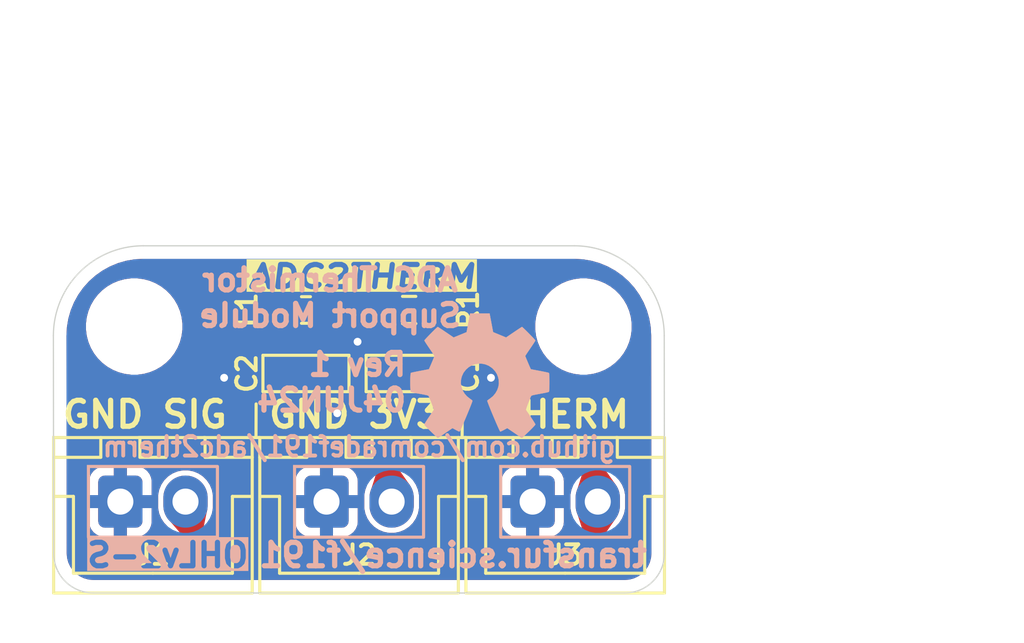
<source format=kicad_pcb>
(kicad_pcb (version 20240108) (generator "pcbnew") (generator_version "8.0")
  (title_block (title "ADC2THERM") (date "2024-06-04") (rev "R1") (company "Pera @ https://transfur.science/f191") (comment 1 "CERN OHL v2 -S") (comment 3 "https://github.com/comradef191/adc2therm"))
  (layers (0 "F.Cu" signal) (31 "B.Cu" signal) (34 "B.Paste" user) (35 "F.Paste" user) (36 "B.SilkS" user "B.Silkscreen") (37 "F.SilkS" user "F.Silkscreen") (38 "B.Mask" user) (39 "F.Mask" user) (44 "Edge.Cuts" user))
  (net 0 "")
  (net 1 "GND")
  (net 2 "Net-(J2-Pin_2)")
  (net 3 "+3V3")
  (net 4 "/GPIO")
  (footprint "Inductor_SMD:L_0603_1608Metric_Pad1.05x0.95mm_HandSolder" (layer "F.Cu") (at 77.3373 67.056 180)
    (property "Reference" "L1" (at 1.82975 0.000002 90) (layer "F.SilkS") (effects (font (size 0.75 0.75)) (justify bottom)))
    (property "Value" "BLM18KG121TN1D")
    (fp_line (start -0.171267 0.51) (end 0.171267 0.51) (stroke (width 0.12)) (layer "F.SilkS"))
    (fp_line (start -0.171267 -0.51) (end 0.171267 -0.51) (stroke (width 0.12)) (layer "F.SilkS"))
    (pad "1" smd roundrect (at -0.875 0 180) (size 1.05 0.95) (layers "F.Cu" "F.Paste" "F.Mask") (net 3 "+3V3"))
    (pad "2" smd roundrect (at 0.875 0 180) (size 1.05 0.95) (layers "F.Cu" "F.Paste" "F.Mask") (net 2 "Net-(J2-Pin_2)"))
  )
  (footprint "PCM_Capacitor_SMD_AKL:C_0603_1608Metric_Pad1.05x0.95mm_HandSolder" (layer "F.Cu") (at 77.3373 69.4944)
    (property "Reference" "C2" (at -1.82975 0 90) (layer "F.SilkS") (effects (font (size 0.75 0.75)) (justify bottom)))
    (property "Value" "2.2uF")
    (fp_line (start -1.651 -0.6985) (end -1.651 0.6985) (stroke (width 0.12)) (layer "F.SilkS"))
    (fp_line (start -1.651 0.6985) (end 1.651 0.6985) (stroke (width 0.12)) (layer "F.SilkS"))
    (fp_line (start 1.651 -0.6985) (end -1.651 -0.6985) (stroke (width 0.12)) (layer "F.SilkS"))
    (fp_line (start 1.651 0.6985) (end 1.651 -0.6985) (stroke (width 0.12)) (layer "F.SilkS"))
    (pad "1" smd roundrect (at -0.875 0) (size 1.05 0.95) (layers "F.Cu" "F.Paste" "F.Mask") (net 2 "Net-(J2-Pin_2)"))
    (pad "2" smd roundrect (at 0.875 0) (size 1.05 0.95) (layers "F.Cu" "F.Paste" "F.Mask") (net 1 "GND"))
  )
  (footprint "CustomFootprints:JST-XH_1x02-V ~ Custom" (layer "F.Cu") (at 87.285 74.415)
    (property "Reference" "J3" (at 0 2.4892 0) (layer "F.SilkS") (effects (font (size 0.75 0.75) (thickness 0.15) (bold yes)) (justify bottom)))
    (property "Value" "1x2-JSTXH")
    (fp_rect (start -2.475 -1.35) (end 2.475 1.366) (stroke (width 0.12)) (fill none) (layer "B.SilkS"))
    (fp_line (start -3.81 -1.7) (end -3.81 3.51) (stroke (width 0.12)) (layer "F.SilkS"))
    (fp_line (start -3.81 3.51) (end 3.81 3.51) (stroke (width 0.12)) (layer "F.SilkS"))
    (fp_line (start -3.8 -0.2) (end -3.05 -0.2) (stroke (width 0.12)) (layer "F.SilkS"))
    (fp_line (start -3.05 -0.2) (end -3.05 2.75) (stroke (width 0.12)) (layer "F.SilkS"))
    (fp_line (start -3.05 2.75) (end 0 2.75) (stroke (width 0.12)) (layer "F.SilkS"))
    (fp_line (start 2 -2.46) (end -2 -2.46) (stroke (width 0.12)) (layer "F.SilkS"))
    (fp_line (start 3.05 -0.2) (end 3.05 2.75) (stroke (width 0.12)) (layer "F.SilkS"))
    (fp_line (start 3.05 2.75) (end 0 2.75) (stroke (width 0.12)) (layer "F.SilkS"))
    (fp_line (start 3.8 -0.2) (end 3.05 -0.2) (stroke (width 0.12)) (layer "F.SilkS"))
    (fp_line (start 3.81 3.51) (end 3.81 -1.7) (stroke (width 0.12)) (layer "F.SilkS"))
    (fp_rect (start -3.81 -2.46) (end -2 -1.7) (stroke (width 0.12)) (fill none) (layer "F.SilkS"))
    (fp_rect (start -0.5 -2.46) (end 0.5 -1.7) (stroke (width 0.12)) (fill none) (layer "F.SilkS"))
    (fp_rect (start 2 -2.46) (end 3.81 -1.7) (stroke (width 0.12)) (fill none) (layer "F.SilkS"))
    (pad "1" thru_hole roundrect (at -1.25 0) (size 1.7 2) (drill 1) (layers "*.Cu" "*.Mask") (roundrect_rratio 0.1470588235) (net 1 "GND"))
    (pad "2" thru_hole oval (at 1.25 0) (size 1.7 2) (drill 1) (layers "*.Cu" "*.Mask") (net 4 "/GPIO"))
  )
  (footprint "MountingHole:MountingHole_3.2mm_M3_ISO7380" (layer "F.Cu") (at 87.9856 67.691)
    (property "Reference" "H1" (hide yes))
    (property "Value" "MountingHole")
    (pad "" np_thru_hole circle (at 0 0) (size 3.2 3.2) (drill 3.2) (layers "*.Cu" "*.Mask"))
  )
  (footprint "PCM_Capacitor_SMD_AKL:C_0603_1608Metric_Pad1.05x0.95mm_HandSolder" (layer "F.Cu") (at 81.2978 69.4944 180)
    (property "Reference" "C1" (at -1.82975 0 90) (layer "F.SilkS") (effects (font (size 0.75 0.75)) (justify top)))
    (property "Value" "100nF")
    (fp_line (start 1.651 0.6985) (end 1.651 -0.6985) (stroke (width 0.12)) (layer "F.SilkS"))
    (fp_line (start 1.651 -0.6985) (end -1.651 -0.6985) (stroke (width 0.12)) (layer "F.SilkS"))
    (fp_line (start -1.651 0.6985) (end 1.651 0.6985) (stroke (width 0.12)) (layer "F.SilkS"))
    (fp_line (start -1.651 -0.6985) (end -1.651 0.6985) (stroke (width 0.12)) (layer "F.SilkS"))
    (pad "1" smd roundrect (at -0.875 0 180) (size 1.05 0.95) (layers "F.Cu" "F.Paste" "F.Mask") (net 4 "/GPIO"))
    (pad "2" smd roundrect (at 0.875 0 180) (size 1.05 0.95) (layers "F.Cu" "F.Paste" "F.Mask") (net 1 "GND"))
  )
  (footprint "Resistor_SMD:R_0603_1608Metric_Pad0.98x0.95mm_HandSolder" (layer "F.Cu") (at 81.2978 67.056)
    (property "Reference" "R1" (at 1.82975 0 90) (layer "F.SilkS") (effects (font (size 0.75 0.75)) (justify top)))
    (property "Value" "4.7K")
    (fp_line (start -0.254724 -0.5225) (end 0.254724 -0.5225) (stroke (width 0.12)) (layer "F.SilkS"))
    (fp_line (start -0.254724 0.5225) (end 0.254724 0.5225) (stroke (width 0.12)) (layer "F.SilkS"))
    (pad "1" smd roundrect (at -0.9125 0) (size 0.975 0.95) (layers "F.Cu" "F.Paste" "F.Mask") (net 3 "+3V3"))
    (pad "2" smd roundrect (at 0.9125 0) (size 0.975 0.95) (layers "F.Cu" "F.Paste" "F.Mask") (net 4 "/GPIO"))
  )
  (footprint "CustomFootprints:JST-XH_1x02-V ~ Custom" (layer "F.Cu") (at 79.375 74.415)
    (property "Reference" "J2" (at 0 2.4892 0) (layer "F.SilkS") (effects (font (size 0.75 0.75) (thickness 0.15) (bold yes)) (justify bottom)))
    (property "Value" "1x2-JSTXH")
    (fp_rect (start -2.475 -1.35) (end 2.475 1.366) (stroke (width 0.12)) (fill none) (layer "B.SilkS"))
    (fp_line (start -3.81 -1.7) (end -3.81 3.51) (stroke (width 0.12)) (layer "F.SilkS"))
    (fp_line (start -3.81 3.51) (end 3.81 3.51) (stroke (width 0.12)) (layer "F.SilkS"))
    (fp_line (start -3.8 -0.2) (end -3.05 -0.2) (stroke (width 0.12)) (layer "F.SilkS"))
    (fp_line (start -3.05 -0.2) (end -3.05 2.75) (stroke (width 0.12)) (layer "F.SilkS"))
    (fp_line (start -3.05 2.75) (end 0 2.75) (stroke (width 0.12)) (layer "F.SilkS"))
    (fp_line (start 2 -2.46) (end -2 -2.46) (stroke (width 0.12)) (layer "F.SilkS"))
    (fp_line (start 3.05 -0.2) (end 3.05 2.75) (stroke (width 0.12)) (layer "F.SilkS"))
    (fp_line (start 3.05 2.75) (end 0 2.75) (stroke (width 0.12)) (layer "F.SilkS"))
    (fp_line (start 3.8 -0.2) (end 3.05 -0.2) (stroke (width 0.12)) (layer "F.SilkS"))
    (fp_line (start 3.81 3.51) (end 3.81 -1.7) (stroke (width 0.12)) (layer "F.SilkS"))
    (fp_rect (start -3.81 -2.46) (end -2 -1.7) (stroke (width 0.12)) (fill none) (layer "F.SilkS"))
    (fp_rect (start -0.5 -2.46) (end 0.5 -1.7) (stroke (width 0.12)) (fill none) (layer "F.SilkS"))
    (fp_rect (start 2 -2.46) (end 3.81 -1.7) (stroke (width 0.12)) (fill none) (layer "F.SilkS"))
    (pad "1" thru_hole roundrect (at -1.25 0) (size 1.7 2) (drill 1) (layers "*.Cu" "*.Mask") (roundrect_rratio 0.1470588235) (net 1 "GND"))
    (pad "2" thru_hole oval (at 1.25 0) (size 1.7 2) (drill 1) (layers "*.Cu" "*.Mask") (net 2 "Net-(J2-Pin_2)"))
  )
  (footprint "CustomFootprints:JST-XH_1x02-V ~ Custom" (layer "F.Cu") (at 71.465 74.415)
    (property "Reference" "J1" (at 0 2.4892 0) (layer "F.SilkS") (effects (font (size 0.75 0.75) (thickness 0.15) (bold yes)) (justify bottom)))
    (property "Value" "1x2-JSTXH")
    (fp_rect (start -2.475 -1.35) (end 2.475 1.366) (stroke (width 0.12)) (fill none) (layer "B.SilkS"))
    (fp_line (start -3.81 -1.7) (end -3.81 3.51) (stroke (width 0.12)) (layer "F.SilkS"))
    (fp_line (start -3.81 3.51) (end 3.81 3.51) (stroke (width 0.12)) (layer "F.SilkS"))
    (fp_line (start -3.8 -0.2) (end -3.05 -0.2) (stroke (width 0.12)) (layer "F.SilkS"))
    (fp_line (start -3.05 -0.2) (end -3.05 2.75) (stroke (width 0.12)) (layer "F.SilkS"))
    (fp_line (start -3.05 2.75) (end 0 2.75) (stroke (width 0.12)) (layer "F.SilkS"))
    (fp_line (start 2 -2.46) (end -2 -2.46) (stroke (width 0.12)) (layer "F.SilkS"))
    (fp_line (start 3.05 -0.2) (end 3.05 2.75) (stroke (width 0.12)) (layer "F.SilkS"))
    (fp_line (start 3.05 2.75) (end 0 2.75) (stroke (width 0.12)) (layer "F.SilkS"))
    (fp_line (start 3.8 -0.2) (end 3.05 -0.2) (stroke (width 0.12)) (layer "F.SilkS"))
    (fp_line (start 3.81 3.51) (end 3.81 -1.7) (stroke (width 0.12)) (layer "F.SilkS"))
    (fp_rect (start -3.81 -2.46) (end -2 -1.7) (stroke (width 0.12)) (fill none) (layer "F.SilkS"))
    (fp_rect (start -0.5 -2.46) (end 0.5 -1.7) (stroke (width 0.12)) (fill none) (layer "F.SilkS"))
    (fp_rect (start 2 -2.46) (end 3.81 -1.7) (stroke (width 0.12)) (fill none) (layer "F.SilkS"))
    (pad "1" thru_hole roundrect (at -1.25 0) (size 1.7 2) (drill 1) (layers "*.Cu" "*.Mask") (roundrect_rratio 0.1470588235) (net 1 "GND"))
    (pad "2" thru_hole oval (at 1.25 0) (size 1.7 2) (drill 1) (layers "*.Cu" "*.Mask") (net 4 "/GPIO"))
  )
  (footprint "MountingHole:MountingHole_3.2mm_M3_ISO7380" (layer "F.Cu") (at 70.7456 67.691)
    (property "Reference" "H2" (hide yes))
    (property "Value" "MountingHole")
    (pad "" np_thru_hole circle (at 0 0) (size 3.2 3.2) (drill 3.2) (layers "*.Cu" "*.Mask"))
  )
  (footprint "Symbol:OSHW-Symbol_8.9x8mm_SilkScreen" (layer "B.Cu") (at 84.0232 69.596 180)
    (property "Reference" "REF**" (hide yes))
    (property "Value" "OSHW-Symbol_8.9x8mm_SilkScreen" (hide yes))
    (fp_poly (pts (xy 0.452892 2.047213) (xy 0.520441 1.6889) (xy 0.769689 1.586151) (xy 1.018937 1.483403) (xy 1.317951 1.686731) (xy 1.401692 1.743344) (xy 1.477388 1.793891) (xy 1.541509 1.836069) (xy 1.59052 1.867562) (xy 1.620893 1.886068) (xy 1.629164 1.89006) (xy 1.644063 1.879796) (xy 1.675904 1.851424) (xy 1.721115 1.808567) (xy 1.776128 1.754851) (xy 1.837375 1.693897) (xy 1.901287 1.629331) (xy 1.964294 1.564778) (xy 2.022826 1.503861) (xy 2.073316 1.450206) (xy 2.112195 1.407435) (xy 2.135893 1.379173) (xy 2.141559 1.369715) (xy 2.133405 1.352279) (xy 2.110546 1.314078) (xy 2.075388 1.25885) (xy 2.030328 1.190332) (xy 1.977776 1.11226) (xy 1.947323 1.06773) (xy 1.891818 0.986417) (xy 1.842495 0.913041) (xy 1.801749 0.851253) (xy 1.771971 0.804707) (xy 1.755555 0.777054) (xy 1.753088 0.771241) (xy 1.75868 0.754725) (xy 1.773922 0.716234) (xy 1.796518 0.661176) (xy 1.824163 0.594967) (xy 1.854559 0.523017) (xy 1.885406 0.450739) (xy 1.914404 0.383545) (xy 1.939255 0.326845) (xy 1.957654 0.286055) (xy 1.967308 0.266585) (xy 1.967877 0.265818) (xy 1.983034 0.262099) (xy 2.023398 0.253806) (xy 2.084787 0.241751) (xy 2.163016 0.226749) (xy 2.253901 0.209619) (xy 2.306927 0.19974) (xy 2.404042 0.181249) (xy 2.49176 0.163655) (xy 2.565643 0.147918) (xy 2.621252 0.135003) (xy 2.654152 0.12587) (xy 2.660765 0.122975) (xy 2.667242 0.103366) (xy 2.672468 0.059079) (xy 2.676447 -0.004704) (xy 2.679182 -0.082809) (xy 2.680676 -0.170055) (xy 2.680933 -0.261263) (xy 2.679957 -0.351255) (xy 2.677752 -0.434852) (xy 2.67432 -0.506876) (xy 2.669665 -0.562148) (xy 2.663792 -0.595489) (xy 2.660269 -0.602429) (xy 2.63921 -0.610748) (xy 2.594588 -0.622642) (xy 2.532305 -0.636711) (xy 2.458263 -0.651563) (xy 2.432416 -0.656368) (xy 2.307798 -0.679193) (xy 2.209362 -0.697576) (xy 2.133849 -0.712246) (xy 2.07801 -0.723934) (xy 2.038591 -0.733371) (xy 2.012341 -0.741286) (xy 1.996006 -0.748411) (xy 1.986334 -0.755476) (xy 1.984981 -0.756875) (xy 1.971473 -0.779369) (xy 1.950866 -0.823148) (xy 1.925218 -0.882849) (xy 1.896585 -0.953113) (xy 1.867029 -1.028578) (xy 1.838604 -1.103883) (xy 1.813368 -1.173668) (xy 1.793379 -1.232572) (xy 1.780696 -1.275235) (xy 1.777373 -1.296294) (xy 1.777651 -1.297031) (xy 1.788905 -1.314246) (xy 1.814437 -1.35212) (xy 1.851562 -1.406713) (xy 1.897601 -1.474082) (xy 1.949867 -1.550285) (xy 1.96475 -1.571941) (xy 2.017823 -1.650451) (xy 2.064524 -1.722083) (xy 2.102311 -1.782727) (xy 2.128638 -1.828264) (xy 2.140962 -1.854585) (xy 2.141559 -1.857819) (xy 2.131204 -1.874814) (xy 2.102593 -1.908485) (xy 2.059401 -1.955211) (xy 2.005309 -2.011373) (xy 1.943994 -2.073353) (xy 1.879134 -2.137532) (xy 1.814407 -2.200292) (xy 1.753493 -2.258013) (xy 1.700068 -2.307079) (xy 1.657811 -2.343869) (xy 1.630399 -2.364764) (xy 1.622816 -2.368176) (xy 1.605166 -2.360141) (xy 1.569027 -2.338468) (xy 1.520288 -2.30681) (xy 1.482789 -2.281328) (xy 1.414842 -2.234573) (xy 1.334375 -2.179518) (xy 1.253664 -2.124555) (xy 1.21027 -2.095136) (xy 1.063394 -1.995792) (xy 0.940101 -2.062454) (xy 0.883933 -2.091657) (xy 0.836169 -2.114357) (xy 0.803851 -2.127304) (xy 0.795625 -2.129105) (xy 0.785733 -2.115805) (xy 0.766218 -2.078218) (xy 0.738536 -2.019814) (xy 0.704145 -1.944057) (xy 0.664501 -1.854419) (xy 0.62106 -1.754362) (xy 0.575281 -1.647355) (xy 0.528619 -1.536863) (xy 0.482531 -1.426356) (xy 0.438475 -1.319299) (xy 0.397906 -1.21916) (xy 0.362283 -1.129407) (xy 0.33306 -1.053506) (xy 0.311697 -0.99492) (xy 0.299649 -0.957123) (xy 0.297711 -0.944142) (xy 0.313069 -0.927583) (xy 0.346694 -0.900704) (xy 0.391558 -0.869089) (xy 0.395323 -0.866588) (xy 0.511279 -0.77377) (xy 0.604775 -0.665484) (xy 0.675004 -0.54519) (xy 0.721159 -0.416353) (xy 0.742423 -0.282435) (xy 0.73799 -0.146897) (xy 0.707048 -0.013203) (xy 0.648788 0.115183) (xy 0.631646 0.143272) (xy 0.542492 0.2567) (xy 0.437167 0.347783) (xy 0.319317 0.41605) (xy 0.192587 0.461024) (xy 0.060623 0.482237) (xy -0.07293 0.47921) (xy -0.204428 0.45147) (xy -0.330223 0.398547) (xy -0.446673 0.319963) (xy -0.482693 0.288068) (xy -0.574367 0.188228) (xy -0.64117 0.083123) (xy -0.686994 -0.034689) (xy -0.712515 -0.151359) (xy -0.718818 -0.282534) (xy -0.697807 -0.41436) (xy -0.651624 -0.542382) (xy -0.5824 -0.662143) (xy -0.492269 -0.769186) (xy -0.383364 -0.85906) (xy -0.369052 -0.868533) (xy -0.323708 -0.899556) (xy -0.289237 -0.926436) (xy -0.272759 -0.943599) (xy -0.272518 -0.944141) (xy -0.276056 -0.962707) (xy -0.290081 -1.004843) (xy -0.313137 -1.067084) (xy -0.343762 -1.145963) (xy -0.380503 -1.238013) (xy -0.421902 -1.339769) (xy -0.466499 -1.447765) (xy -0.512841 -1.558534) (xy -0.559468 -1.668609) (xy -0.604923 -1.774526) (xy -0.647746 -1.872817) (xy -0.686484 -1.960018) (xy -0.719677 -2.032659) (xy -0.745868 -2.087277) (xy -0.7636 -2.120405) (xy -0.770742 -2.129105) (xy -0.792563 -2.12233) (xy -0.833389 -2.10416) (xy -0.886188 -2.077841) (xy -0.915218 -2.062454) (xy -1.03851 -1.995791) (xy -1.185388 -2.095137) (xy -1.260365 -2.146031) (xy -1.342451 -2.202037) (xy -1.419375 -2.254774) (xy -1.457906 -2.281329) (xy -1.512098 -2.31772) (xy -1.557986 -2.346557) (xy -1.589584 -2.36419) (xy -1.599847 -2.367918) (xy -1.614785 -2.357863) (xy -1.647845 -2.32979) (xy -1.695821 -2.286617) (xy -1.755512 -2.231256) (xy -1.823708 -2.166623) (xy -1.86684 -2.125124) (xy -1.942298 -2.050983) (xy -2.00751 -1.98467) (xy -2.059841 -1.92902) (xy -2.096656 -1.886871) (xy -2.115314 -1.861061) (xy -2.117103 -1.855823) (xy -2.108795 -1.835899) (xy -2.085841 -1.795615) (xy -2.050785 -1.739047) (xy -2.00617 -1.670276) (xy -1.954547 -1.593379) (xy -1.939867 -1.57194) (xy -1.886377 -1.494022) (xy -1.838385 -1.42387) (xy -1.79858 -1.365426) (xy -1.769642 -1.322632) (xy -1.754254 -1.299431) (xy -1.752767 -1.297031) (xy -1.754991 -1.278541) (xy -1.766792 -1.237888) (xy -1.786112 -1.180432) (xy -1.810895 -1.111534) (xy -1.839082 -1.036554) (xy -1.868619 -0.960856) (xy -1.897444 -0.889798) (xy -1.923501 -0.82874) (xy -1.944731 -0.783043) (xy -1.959078 -0.758071) (xy -1.960099 -0.756874) (xy -1.968872 -0.749737) (xy -1.983689 -0.742679) (xy -2.007805 -0.734969) (xy -2.04447 -0.725878) (xy -2.096938 -0.714674) (xy -2.168461 -0.700628) (xy -2.262292 -0.683006) (xy -2.381682 -0.661082) (xy -2.407532 -0.656368) (xy -2.484146 -0.641565) (xy -2.550937 -0.627086) (xy -2.602 -0.614323) (xy -2.631439 -0.604679) (xy -2.635386 -0.602429) (xy -2.64189 -0.582493) (xy -2.647176 -0.537941) (xy -2.651243 -0.473954) (xy -2.654084 -0.395709) (xy -2.655697 -0.308385) (xy -2.65608 -0.21716) (xy -2.655228 -0.127214) (xy -2.653136 -0.043726) (xy -2.649803 0.028126) (xy -2.645223 0.083165) (xy -2.639396 0.116211) (xy -2.635881 0.122975) (xy -2.61632 0.129797) (xy -2.571777 0.140896) (xy -2.506691 0.155309) (xy -2.425497 0.172073) (xy -2.332637 0.190226) (xy -2.282044 0.19974) (xy -2.186052 0.217684) (xy -2.100447 0.23394) (xy -2.029418 0.247692) (xy -1.977149 0.258125) (xy -1.94782 0.264422) (xy -1.942994 0.265818) (xy -1.934836 0.281559) (xy -1.917591 0.319473) (xy -1.893556 0.374144) (xy -1.865034 0.440156) (xy -1.834319 0.51209) (xy -1.803713 0.584534) (xy -1.775513 0.652068) (xy -1.752019 0.709276) (xy -1.735527 0.75074) (xy -1.728339 0.771046) (xy -1.728205 0.771933) (xy -1.736354 0.787952) (xy -1.759199 0.824813) (xy -1.794341 0.878857) (xy -1.839374 0.946416) (xy -1.891904 1.023828) (xy -1.92244 1.068294) (xy -1.978084 1.149824) (xy -2.027503 1.223845) (xy -2.068291 1.286612) (xy -2.098035 1.334381) (xy -2.114322 1.363406) (xy -2.116677 1.369913) (xy -2.106563 1.385058) (xy -2.078607 1.417395) (xy -2.036378 1.463303) (xy -1.983449 1.519157) (xy -1.923388 1.581333) (xy -1.859769 1.646211) (xy -1.796162 1.710168) (xy -1.736138 1.76958) (xy -1.683266 1.820825) (xy -1.64112 1.860279) (xy -1.613271 1.884321) (xy -1.603954 1.890059) (xy -1.588784 1.88199) (xy -1.552503 1.859325) (xy -1.498634 1.824369) (xy -1.430706 1.77943) (xy -1.352249 1.726815) (xy -1.29307 1.68673) (xy -0.994055 1.483404) (xy -0.744805 1.58615) (xy -0.495558 1.6889) (xy -0.428009 2.047214) (xy -0.360459 2.405529) (xy 0.385341 2.405529) (xy 0.452892 2.047213)) (stroke (width 0.01)) (fill solid) (layer "B.SilkS"))
  )
  (gr_line (start 83.185 71.955) (end 83.475 71.955) (stroke (width 0.12)) (layer "F.SilkS"))
  (gr_line (start 83.33 71.955) (end 83.335 70.665) (stroke (width 0.12)) (layer "F.SilkS"))
  (gr_line (start 75.42 71.955) (end 75.425 70.665) (stroke (width 0.12)) (layer "F.SilkS"))
  (gr_line (start 75.275 71.955) (end 75.565 71.955) (stroke (width 0.12)) (layer "F.SilkS"))
  (gr_line (start 89.571 77.925) (end 69.179 77.925) (stroke (width 0.05)) (layer "Edge.Cuts"))
  (gr_arc (start 69.179 77.925) (mid 68.101369 77.478631) (end 67.655 76.401) (stroke (width 0.05)) (layer "Edge.Cuts"))
  (gr_arc (start 91.095 76.401) (mid 90.648631 77.478631) (end 89.571 77.925) (stroke (width 0.05)) (layer "Edge.Cuts"))
  (gr_arc (start 87.6356 64.591) (mid 90.075118 65.601482) (end 91.0856 68.041) (stroke (width 0.05)) (layer "Edge.Cuts"))
  (gr_line (start 87.6356 64.591) (end 71.0956 64.591) (stroke (width 0.05)) (layer "Edge.Cuts"))
  (gr_arc (start 67.6456 68.041) (mid 68.656082 65.601482) (end 71.0956 64.591) (stroke (width 0.05)) (layer "Edge.Cuts"))
  (gr_line (start 67.655 76.401) (end 67.6456 68.041) (stroke (width 0.05)) (layer "Edge.Cuts"))
  (gr_line (start 91.095 76.401) (end 91.0856 68.041) (stroke (width 0.05)) (layer "Edge.Cuts"))
  (gr_text "transfur.science/f191" (at 82.9818 75.946 0) (layer "B.SilkS") (effects (font (size 0.9 0.9) (thickness 0.2) (bold yes)) (justify top mirror)))
  (gr_text "ADC Thermistor\nSupport Module\n" (at 78.2574 65.405 0) (layer "B.SilkS") (effects (font (size 0.85 0.85) (thickness 0.2) (bold yes)) (justify top mirror)))
  (gr_text "OHLv2-S" (at 72.0344 75.946 0) (layer "B.SilkS" knockout) (effects (font (size 0.9 0.9) (thickness 0.2) (bold yes)) (justify top mirror)))
  (gr_text "Rev 1\n04JUN24" (at 81.28 69.835727 0) (layer "B.SilkS") (effects (font (size 0.85 0.85) (thickness 0.2) (bold yes)) (justify left mirror)))
  (gr_text "github.com/comradef191/adc2therm" (at 79.375 72.7456 0) (layer "B.SilkS") (effects (font (size 0.75 0.7) (thickness 0.15) (bold yes)) (justify bottom mirror)))
  (gr_text "THERM" (at 87.285 70.485 0) (layer "F.SilkS") (effects (font (size 1 1) (thickness 0.2) (bold yes)) (justify top)))
  (gr_text "GND" (at 79.121 70.485 0) (layer "F.SilkS") (effects (font (size 1 1) (thickness 0.2) (bold yes)) (justify right top)))
  (gr_text "3V3" (at 79.629 70.4882 0) (layer "F.SilkS") (effects (font (size 1 1) (thickness 0.2) (bold yes)) (justify left top)))
  (gr_text "ADC2THERM" (at 79.502 65.278 0) (layer "F.SilkS" knockout) (effects (font (size 0.85 1) (thickness 0.2) (bold yes) (italic yes)) (justify top)))
  (gr_text "SIG" (at 71.719 70.485 0) (layer "F.SilkS") (effects (font (size 1 1) (thickness 0.2) (bold yes)) (justify left top)))
  (gr_text "GND" (at 71.211 70.485 0) (layer "F.SilkS") (effects (font (size 1 1) (thickness 0.2) (bold yes)) (justify right top)))
  (via (at 78.5368 71.0216) (size 0.5) (drill 0.3) (layers "F.Cu" "B.Cu") (net 1))
  (via (at 79.31755 68.2752) (size 0.5) (drill 0.3) (layers "F.Cu" "B.Cu") (net 1))
  (via (at 74.1974 69.65885) (size 0.6) (drill 0.3) (layers "F.Cu" "B.Cu") (net 1))
  (via (at 84.4377 69.65885) (size 0.6) (drill 0.3) (layers "F.Cu" "B.Cu") (net 1))
  (segment (start 80.625 73.005) (end 80.625 74.405) (width 0.4) (layer "F.Cu") (net 2))
  (segment (start 79.4512 71.8312) (end 80.625 73.005) (width 0.4) (layer "F.Cu") (net 2))
  (segment (start 76.4623 70.5187) (end 77.7748 71.8312) (width 0.4) (layer "F.Cu") (net 2))
  (segment (start 76.4623 67.056) (end 76.4623 70.5187) (width 0.4) (layer "F.Cu") (net 2))
  (segment (start 77.7748 71.8312) (end 79.4512 71.8312) (width 0.4) (layer "F.Cu") (net 2))
  (segment (start 78.2123 67.056) (end 80.3853 67.056) (width 0.4) (layer "F.Cu") (net 3))
  (segment (start 87.3612 71.8312) (end 83.4898 71.8312) (width 0.4) (layer "F.Cu") (net 4))
  (segment (start 88.535 74.405) (end 88.535 73.005) (width 0.4) (layer "F.Cu") (net 4))
  (segment (start 82.1728 70.5142) (end 82.1728 69.4944) (width 0.4) (layer "F.Cu") (net 4))
  (segment (start 82.1773 70.5187) (end 82.1728 70.5142) (width 0.4) (layer "F.Cu") (net 4))
  (segment (start 88.535 73.005) (end 87.3612 71.8312) (width 0.4) (layer "F.Cu") (net 4))
  (segment (start 87.9474 76.4286) (end 88.535 75.841) (width 0.4) (layer "F.Cu") (net 4))
  (segment (start 88.535 75.841) (end 88.535 74.441) (width 0.4) (layer "F.Cu") (net 4))
  (segment (start 72.715 74.415) (end 72.715 75.62) (width 0.4) (layer "F.Cu") (net 4))
  (segment (start 72.715 75.62) (end 73.5236 76.4286) (width 0.4) (layer "F.Cu") (net 4))
  (segment (start 82.1728 67.056) (end 82.1728 69.4944) (width 0.4) (layer "F.Cu") (net 4))
  (segment (start 82.1773 70.5187) (end 83.4898 71.8312) (width 0.4) (layer "F.Cu") (net 4))
  (segment (start 73.5236 76.4286) (end 87.9474 76.4286) (width 0.4) (layer "F.Cu") (net 4))
  (zone (net 1) (net_name "GND") (layers "F&B.Cu") (connect_pads (clearance 0.2)) (min_thickness 0.2) (fill yes (thermal_gap 0.35) (thermal_bridge_width 0.5))
    (polygon (pts (xy 91.44 78.232) (xy 91.44 64.262) (xy 67.31 64.262) (xy 67.31 78.232)))
  )
)
</source>
